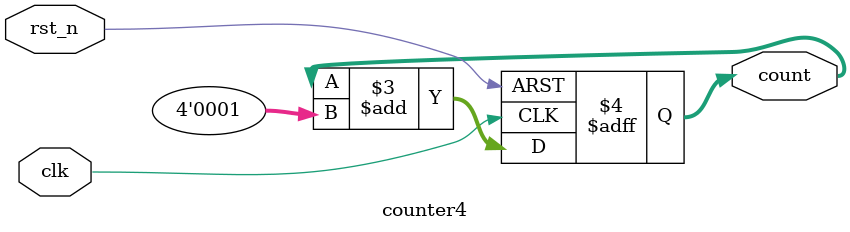
<source format=v>
module counter4 (
    input  wire        clk,
    input  wire        rst_n,   // active low reset
    output reg  [3:0]  count
);
    // Synchronous reset, count increments on each rising edge
    // Async reset (active low) and count increment logic
    always @(posedge clk or negedge rst_n) begin
        if (!rst_n)
            count <= 4'd0;
        else
            count <= count + 4'd1;
    end
endmodule

</source>
